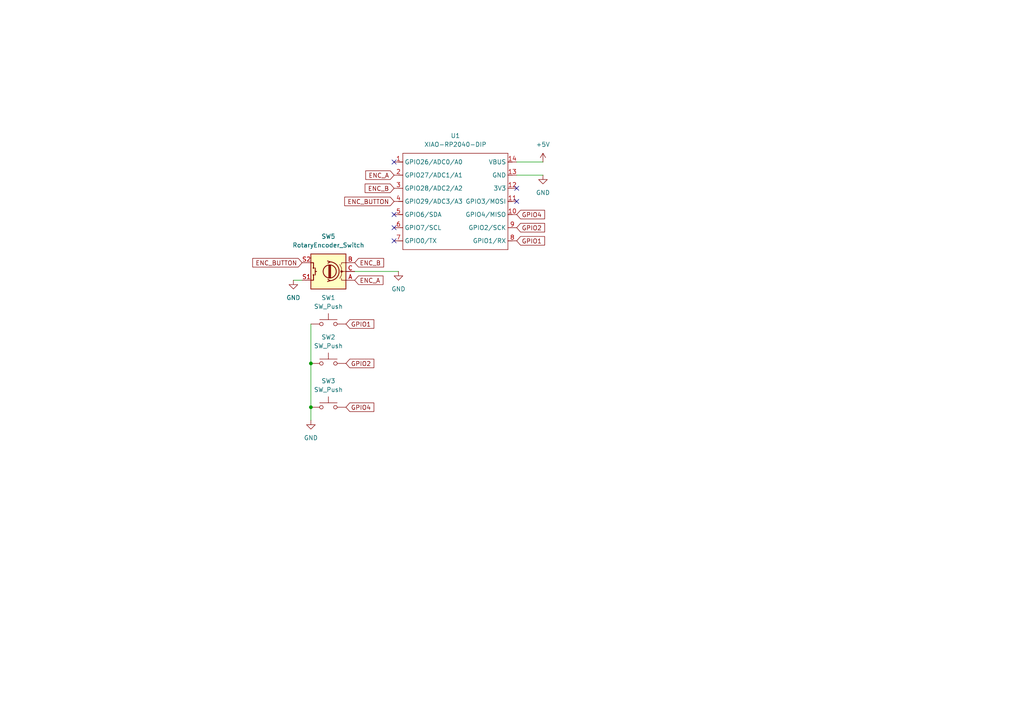
<source format=kicad_sch>
(kicad_sch (version 20250114) (generator "eeschema") (generator_version "9.0")
  (paper "A4")
  (lib_symbols
    (symbol "Device:RotaryEncoder_Switch" (pin_names (offset 0.254) (hide yes))
      (property "Reference" "SW" (at 0 6.604 0))
      (property "Value" "RotaryEncoder_Switch" (at 0 -6.604 0))
      (symbol "RotaryEncoder_Switch_0_1"
        (rectangle (start -5.08 5.08) (end 5.08 -5.08) (stroke (width 0.254)) (fill (type background)))
        (polyline (pts (xy -5.08 2.54) (xy -3.81 2.54) (xy -3.81 2.032)))
        (polyline (pts (xy -5.08 0) (xy -3.81 0) (xy -3.81 -1.016) (xy -3.302 -2.032)))
        (polyline (pts (xy -5.08 -2.54) (xy -3.81 -2.54) (xy -3.81 -2.032)))
        (polyline (pts (xy -4.318 0) (xy -3.81 0) (xy -3.81 1.016) (xy -3.302 2.032)))
        (circle (center -3.81 0) (radius 0.254) (fill (type outline)))
        (polyline (pts (xy -0.635 -1.778) (xy -0.635 1.778)) (stroke (width 0.254)))
        (circle (center -0.381 0) (radius 1.905) (stroke (width 0.254)))
        (polyline (pts (xy -0.381 -1.778) (xy -0.381 1.778)) (stroke (width 0.254)))
        (arc (start -0.381 -2.794) (mid -3.0988 -0.0635) (end -0.381 2.667) (stroke (width 0.254)))
        (polyline (pts (xy -0.127 1.778) (xy -0.127 -1.778)) (stroke (width 0.254)))
        (polyline (pts (xy 0.254 2.921) (xy -0.508 2.667) (xy 0.127 2.286)) (stroke (width 0.254)))
        (polyline (pts (xy 0.254 -3.048) (xy -0.508 -2.794) (xy 0.127 -2.413)) (stroke (width 0.254)))
        (polyline (pts (xy 3.81 1.016) (xy 3.81 -1.016)) (stroke (width 0.254)))
        (polyline (pts (xy 3.81 0) (xy 3.429 0)) (stroke (width 0.254)))
        (circle (center 4.318 1.016) (radius 0.127) (stroke (width 0.254)))
        (circle (center 4.318 -1.016) (radius 0.127) (stroke (width 0.254)))
        (polyline (pts (xy 5.08 2.54) (xy 4.318 2.54) (xy 4.318 1.016)) (stroke (width 0.254)))
        (polyline (pts (xy 5.08 -2.54) (xy 4.318 -2.54) (xy 4.318 -1.016)) (stroke (width 0.254)))
      )
      (symbol "RotaryEncoder_Switch_1_1"
        (pin passive line (at -7.62 2.54 0) (length 2.54) (name "A") (number "A"))
        (pin passive line (at -7.62 0 0) (length 2.54) (name "C") (number "C"))
        (pin passive line (at -7.62 -2.54 0) (length 2.54) (name "B") (number "B"))
        (pin passive line (at 7.62 2.54 180) (length 2.54) (name "S1") (number "S1"))
        (pin passive line (at 7.62 -2.54 180) (length 2.54) (name "S2") (number "S2"))
      )
    )
    (symbol "Seeed_Studio_XIAO_Series:XIAO-RP2040-DIP"
      (property "Reference" "U" (at 0 0 0))
      (property "Value" "XIAO-RP2040-DIP" (at 5.334 -1.778 0))
      (symbol "XIAO-RP2040-DIP_1_0"
        (polyline (pts (xy -1.27 -2.54) (xy 29.21 -2.54)) (stroke (width 0.1524)))
        (polyline (pts (xy -1.27 -5.08) (xy -2.54 -5.08)) (stroke (width 0.1524)))
        (polyline (pts (xy -1.27 -5.08) (xy -1.27 -2.54)) (stroke (width 0.1524)))
        (polyline (pts (xy -1.27 -8.89) (xy -2.54 -8.89)) (stroke (width 0.1524)))
        (polyline (pts (xy -1.27 -8.89) (xy -1.27 -5.08)) (stroke (width 0.1524)))
        (polyline (pts (xy -1.27 -12.7) (xy -2.54 -12.7)) (stroke (width 0.1524)))
        (polyline (pts (xy -1.27 -12.7) (xy -1.27 -8.89)) (stroke (width 0.1524)))
        (polyline (pts (xy -1.27 -16.51) (xy -2.54 -16.51)) (stroke (width 0.1524)))
        (polyline (pts (xy -1.27 -16.51) (xy -1.27 -12.7)) (stroke (width 0.1524)))
        (polyline (pts (xy -1.27 -20.32) (xy -2.54 -20.32)) (stroke (width 0.1524)))
        (polyline (pts (xy -1.27 -24.13) (xy -2.54 -24.13)) (stroke (width 0.1524)))
        (polyline (pts (xy -1.27 -27.94) (xy -2.54 -27.94)) (stroke (width 0.1524)))
        (polyline (pts (xy -1.27 -30.48) (xy -1.27 -16.51)) (stroke (width 0.1524)))
        (polyline (pts (xy 29.21 -2.54) (xy 29.21 -5.08)) (stroke (width 0.1524)))
        (polyline (pts (xy 29.21 -5.08) (xy 29.21 -8.89)) (stroke (width 0.1524)))
        (polyline (pts (xy 29.21 -8.89) (xy 29.21 -12.7)) (stroke (width 0.1524)))
        (polyline (pts (xy 29.21 -12.7) (xy 29.21 -30.48)) (stroke (width 0.1524)))
        (polyline (pts (xy 29.21 -30.48) (xy -1.27 -30.48)) (stroke (width 0.1524)))
        (polyline (pts (xy 30.48 -5.08) (xy 29.21 -5.08)) (stroke (width 0.1524)))
        (polyline (pts (xy 30.48 -8.89) (xy 29.21 -8.89)) (stroke (width 0.1524)))
        (polyline (pts (xy 30.48 -12.7) (xy 29.21 -12.7)) (stroke (width 0.1524)))
        (polyline (pts (xy 30.48 -16.51) (xy 29.21 -16.51)) (stroke (width 0.1524)))
        (polyline (pts (xy 30.48 -20.32) (xy 29.21 -20.32)) (stroke (width 0.1524)))
        (polyline (pts (xy 30.48 -24.13) (xy 29.21 -24.13)) (stroke (width 0.1524)))
        (polyline (pts (xy 30.48 -27.94) (xy 29.21 -27.94)) (stroke (width 0.1524)))
        (pin passive line (at -3.81 -5.08 0) (length 2.54) (name "GPIO26/ADC0/A0") (number "1"))
        (pin passive line (at -3.81 -8.89 0) (length 2.54) (name "GPIO27/ADC1/A1") (number "2"))
        (pin passive line (at -3.81 -12.7 0) (length 2.54) (name "GPIO28/ADC2/A2") (number "3"))
        (pin passive line (at -3.81 -16.51 0) (length 2.54) (name "GPIO29/ADC3/A3") (number "4"))
        (pin passive line (at -3.81 -20.32 0) (length 2.54) (name "GPIO6/SDA") (number "5"))
        (pin passive line (at -3.81 -24.13 0) (length 2.54) (name "GPIO7/SCL") (number "6"))
        (pin passive line (at -3.81 -27.94 0) (length 2.54) (name "GPIO0/TX") (number "7"))
        (pin passive line (at 31.75 -5.08 180) (length 2.54) (name "VBUS") (number "14"))
        (pin passive line (at 31.75 -8.89 180) (length 2.54) (name "GND") (number "13"))
        (pin passive line (at 31.75 -12.7 180) (length 2.54) (name "3V3") (number "12"))
        (pin passive line (at 31.75 -16.51 180) (length 2.54) (name "GPIO3/MOSI") (number "11"))
        (pin passive line (at 31.75 -20.32 180) (length 2.54) (name "GPIO4/MISO") (number "10"))
        (pin passive line (at 31.75 -24.13 180) (length 2.54) (name "GPIO2/SCK") (number "9"))
        (pin passive line (at 31.75 -27.94 180) (length 2.54) (name "GPIO1/RX") (number "8"))
      )
    )
    (symbol "Switch:SW_Push" (pin_numbers (hide yes)) (pin_names (offset 1.016) (hide yes))
      (property "Reference" "SW" (at 1.27 2.54 0))
      (property "Value" "SW_Push" (at 0 -1.524 0))
      (symbol "SW_Push_0_1"
        (circle (center -2.032 0) (radius 0.508))
        (polyline (pts (xy 0 1.27) (xy 0 3.048)))
        (circle (center 2.032 0) (radius 0.508))
        (polyline (pts (xy 2.54 1.27) (xy -2.54 1.27)))
        (pin passive line (at -5.08 0 0) (length 2.54) (name "1") (number "1"))
        (pin passive line (at 5.08 0 180) (length 2.54) (name "2") (number "2"))
      )
    )
    (symbol "power:+5V" (power) (pin_numbers (hide yes)) (pin_names (offset 0) (hide yes))
      (property "Value" "+5V" (at 0 3.556 0))
      (symbol "+5V_0_1"
        (polyline (pts (xy -0.762 1.27) (xy 0 2.54)))
        (polyline (pts (xy 0 2.54) (xy 0.762 1.27)))
        (polyline (pts (xy 0 0) (xy 0 2.54)))
      )
      (symbol "+5V_1_1"
        (pin power_in line (at 0 0 90) (length 0) (name "~") (number "1"))
      )
    )
    (symbol "power:GND" (power) (pin_numbers (hide yes)) (pin_names (offset 0) (hide yes))
      (property "Value" "GND" (at 0 -3.81 0))
      (symbol "GND_0_1"
        (polyline (pts (xy 0 0) (xy 0 -1.27) (xy 1.27 -1.27) (xy 0 -2.54) (xy -1.27 -1.27) (xy 0 -1.27)))
      )
      (symbol "GND_1_1"
        (pin power_in line (at 0 0 270) (length 0) (name "~") (number "1"))
      )
    )
  )
  (junction (at 90.17 105.41))
  (junction (at 90.17 118.11))
  (no_connect (at 149.86 58.42))
  (no_connect (at 114.3 66.04))
  (no_connect (at 114.3 62.23))
  (no_connect (at 114.3 69.85))
  (no_connect (at 114.3 46.99))
  (no_connect (at 149.86 54.61))
  (wire (pts (xy 90.17 105.41) (xy 90.17 118.11)))
  (wire (pts (xy 149.86 50.8) (xy 157.48 50.8)))
  (wire (pts (xy 90.17 93.98) (xy 90.17 105.41)))
  (wire (pts (xy 149.86 46.99) (xy 157.48 46.99)))
  (wire (pts (xy 85.09 81.28) (xy 87.63 81.28)))
  (wire (pts (xy 102.87 78.74) (xy 115.57 78.74)))
  (wire (pts (xy 90.17 118.11) (xy 90.17 121.92)))
  (global_label "ENC_BUTTON" (shape input) (at 114.3 58.42 180) (property "Intersheetrefs" "${INTERSHEET_REFS}" (effects (hide yes))))
  (global_label "GPIO2" (shape input) (at 100.33 105.41 0) (property "Intersheetrefs" "${INTERSHEET_REFS}" (effects (hide yes))))
  (global_label "ENC_B" (shape input) (at 102.87 76.2 0) (property "Intersheetrefs" "${INTERSHEET_REFS}" (effects (hide yes))))
  (global_label "ENC_BUTTON" (shape input) (at 87.63 76.2 180) (property "Intersheetrefs" "${INTERSHEET_REFS}" (effects (hide yes))))
  (global_label "GPIO1" (shape input) (at 149.86 69.85 0) (property "Intersheetrefs" "${INTERSHEET_REFS}" (effects (hide yes))))
  (global_label "GPIO4" (shape input) (at 100.33 118.11 0) (property "Intersheetrefs" "${INTERSHEET_REFS}" (effects (hide yes))))
  (global_label "ENC_A" (shape input) (at 102.87 81.28 0) (property "Intersheetrefs" "${INTERSHEET_REFS}" (effects (hide yes))))
  (global_label "ENC_B" (shape input) (at 114.3 54.61 180) (property "Intersheetrefs" "${INTERSHEET_REFS}" (effects (hide yes))))
  (global_label "ENC_A" (shape input) (at 114.3 50.8 180) (property "Intersheetrefs" "${INTERSHEET_REFS}" (effects (hide yes))))
  (global_label "GPIO2" (shape input) (at 149.86 66.04 0) (property "Intersheetrefs" "${INTERSHEET_REFS}" (effects (hide yes))))
  (global_label "GPIO4" (shape input) (at 149.86 62.23 0) (property "Intersheetrefs" "${INTERSHEET_REFS}" (effects (hide yes))))
  (global_label "GPIO1" (shape input) (at 100.33 93.98 0) (property "Intersheetrefs" "${INTERSHEET_REFS}" (effects (hide yes))))
  (symbol (lib_id "Seeed_Studio_XIAO_Series:XIAO-RP2040-DIP") (at 118.11 41.91 0) (unit 1)
    (property "Reference" "U1" (at 132.08 39.37 0))
    (property "Value" "XIAO-RP2040-DIP" (at 132.08 41.91 0))
    (property "Footprint" "Seeed Studio XIAO Series Library:XIAO-RP2040-DIP" (effects (hide yes)))
  )
  (symbol (lib_id "power:GND") (at 115.57 78.74 0) (unit 1)
    (property "Reference" "#PWR06" (effects (hide yes)))
    (property "Value" "GND" (at 115.57 83.82 0))
    (property "Description" "Power symbol creates a global label with name \"GND\" , ground" (effects (hide yes)))
  )
  (symbol (lib_id "Switch:SW_Push") (at 95.25 105.41 0) (unit 1)
    (property "Reference" "SW2" (at 95.25 97.79 0))
    (property "Value" "SW_Push" (at 95.25 100.33 0))
    (property "Footprint" "Button_Switch_Keyboard:SW_Cherry_MX_1.00u_PCB" (effects (hide yes)))
    (property "Description" "Push button switch, generic, two pins" (effects (hide yes)))
  )
  (symbol (lib_id "Device:RotaryEncoder_Switch") (at 95.25 78.74 180) (unit 1)
    (property "Reference" "SW5" (at 95.25 68.58 0))
    (property "Value" "RotaryEncoder_Switch" (at 95.25 71.12 0))
    (property "Footprint" "Rotary_Encoder:RotaryEncoder_Alps_EC11E-Switch_Vertical_H20mm" (effects (hide yes)))
    (property "Description" "Rotary encoder, dual channel, incremental quadrate outputs, with switch" (effects (hide yes)))
  )
  (symbol (lib_id "Switch:SW_Push") (at 95.25 93.98 0) (unit 1)
    (property "Reference" "SW1" (at 95.25 86.36 0))
    (property "Value" "SW_Push" (at 95.25 88.9 0))
    (property "Footprint" "Button_Switch_Keyboard:SW_Cherry_MX_1.00u_PCB" (effects (hide yes)))
    (property "Description" "Push button switch, generic, two pins" (effects (hide yes)))
  )
  (symbol (lib_id "power:GND") (at 90.17 121.92 0) (unit 1)
    (property "Reference" "#PWR01" (effects (hide yes)))
    (property "Value" "GND" (at 90.17 127 0))
    (property "Description" "Power symbol creates a global label with name \"GND\" , ground" (effects (hide yes)))
  )
  (symbol (lib_id "Switch:SW_Push") (at 95.25 118.11 0) (unit 1)
    (property "Reference" "SW3" (at 95.25 110.49 0))
    (property "Value" "SW_Push" (at 95.25 113.03 0))
    (property "Footprint" "Button_Switch_Keyboard:SW_Cherry_MX_1.00u_PCB" (effects (hide yes)))
    (property "Description" "Push button switch, generic, two pins" (effects (hide yes)))
  )
  (symbol (lib_id "power:GND") (at 85.09 81.28 0) (unit 1)
    (property "Reference" "#PWR07" (effects (hide yes)))
    (property "Value" "GND" (at 85.09 86.36 0))
    (property "Description" "Power symbol creates a global label with name \"GND\" , ground" (effects (hide yes)))
  )
  (symbol (lib_id "power:GND") (at 157.48 50.8 0) (mirror y) (unit 1)
    (property "Reference" "#PWR03" (effects (hide yes)))
    (property "Value" "GND" (at 157.48 55.88 0))
    (property "Description" "Power symbol creates a global label with name \"GND\" , ground" (effects (hide yes)))
  )
  (symbol (lib_id "power:+5V") (at 157.48 46.99 0) (unit 1)
    (property "Reference" "#PWR02" (effects (hide yes)))
    (property "Value" "+5V" (at 157.48 41.91 0))
    (property "Description" "Power symbol creates a global label with name \"+5V\"" (effects (hide yes)))
  )
)
</source>
